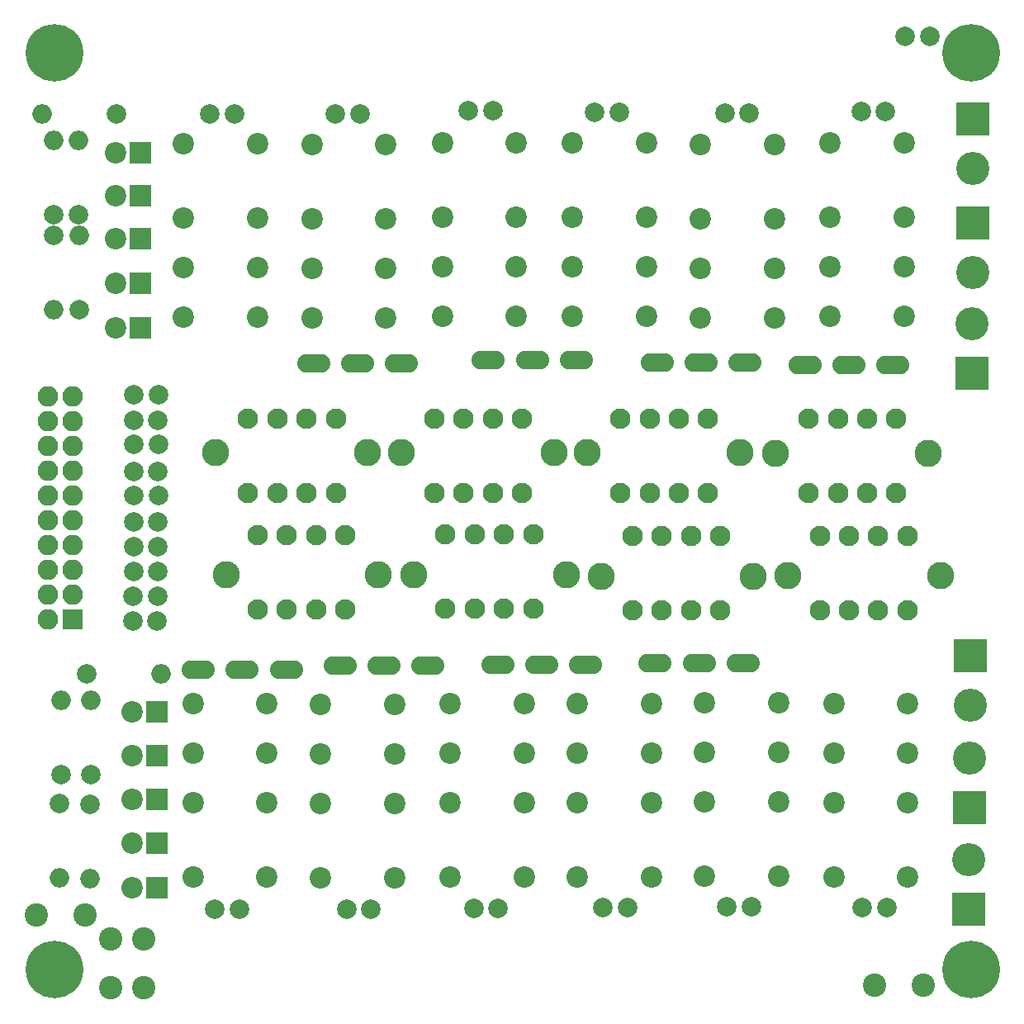
<source format=gbr>
G04 #@! TF.FileFunction,Soldermask,Bot*
%FSLAX46Y46*%
G04 Gerber Fmt 4.6, Leading zero omitted, Abs format (unit mm)*
G04 Created by KiCad (PCBNEW 4.0.7) date 10/23/18 19:03:35*
%MOMM*%
%LPD*%
G01*
G04 APERTURE LIST*
%ADD10C,0.100000*%
%ADD11C,2.000000*%
%ADD12O,2.000000X2.000000*%
%ADD13R,2.200000X2.200000*%
%ADD14C,2.200000*%
%ADD15R,3.400000X3.400000*%
%ADD16C,3.400000*%
%ADD17C,5.900000*%
%ADD18O,3.400000X1.900000*%
%ADD19R,2.100000X2.100000*%
%ADD20O,2.100000X2.100000*%
%ADD21C,2.400000*%
%ADD22C,2.100000*%
%ADD23C,2.800000*%
G04 APERTURE END LIST*
D10*
D11*
X53479700Y-129921000D03*
D12*
X53479700Y-137541000D03*
D11*
X81813400Y-59283600D03*
X84313400Y-59283600D03*
X63535560Y-111257080D03*
X61035560Y-111257080D03*
D13*
X63538100Y-129552700D03*
D14*
X60998100Y-129552700D03*
D11*
X52946300Y-71691500D03*
D12*
X52946300Y-79311500D03*
D13*
X63538100Y-138582400D03*
D14*
X60998100Y-138582400D03*
D13*
X63538100Y-133997700D03*
D14*
X60998100Y-133997700D03*
D15*
X146939000Y-114808000D03*
D16*
X146939000Y-119888000D03*
D15*
X147116800Y-70408800D03*
D16*
X147116800Y-75488800D03*
D11*
X111760000Y-140639800D03*
X109260000Y-140639800D03*
X98501200Y-140741400D03*
X96001200Y-140741400D03*
X85445600Y-140817600D03*
X82945600Y-140817600D03*
X71932800Y-140817600D03*
X69432800Y-140817600D03*
X68961000Y-59232800D03*
X71461000Y-59232800D03*
X95453200Y-58902600D03*
X97953200Y-58902600D03*
X108407200Y-59055000D03*
X110907200Y-59055000D03*
X121716800Y-59182000D03*
X124216800Y-59182000D03*
X138328400Y-140639800D03*
X135828400Y-140639800D03*
X59334400Y-59283600D03*
D12*
X51714400Y-59283600D03*
D15*
X147116800Y-59740800D03*
D16*
X147116800Y-64820800D03*
D17*
X147000000Y-53000000D03*
X53000000Y-147000000D03*
D11*
X52920900Y-69596000D03*
D12*
X52920900Y-61976000D03*
D13*
X63538100Y-125031500D03*
D14*
X60998100Y-125031500D03*
D13*
X63512700Y-120535700D03*
D14*
X60972700Y-120535700D03*
D13*
X61800000Y-81200000D03*
D14*
X59260000Y-81200000D03*
D13*
X61800000Y-76600000D03*
D14*
X59260000Y-76600000D03*
D13*
X61800000Y-72000000D03*
D14*
X59260000Y-72000000D03*
D11*
X56667400Y-130048000D03*
D12*
X56667400Y-137668000D03*
D11*
X53644800Y-127025400D03*
D12*
X53644800Y-119405400D03*
D11*
X56730900Y-126949200D03*
D12*
X56730900Y-119329200D03*
D11*
X56273700Y-116624100D03*
D12*
X63893700Y-116624100D03*
D11*
X55525000Y-79325000D03*
D12*
X55525000Y-71705000D03*
D11*
X55475000Y-69625000D03*
D12*
X55475000Y-62005000D03*
D18*
X119329200Y-84734400D03*
X123829200Y-84734400D03*
X114829200Y-84734400D03*
X102000000Y-84500000D03*
X106500000Y-84500000D03*
X97500000Y-84500000D03*
X84100000Y-84800000D03*
X88600000Y-84800000D03*
X79600000Y-84800000D03*
X86817200Y-115824000D03*
X82317200Y-115824000D03*
X91317200Y-115824000D03*
X102950000Y-115750000D03*
X98450000Y-115750000D03*
X107450000Y-115750000D03*
X119100000Y-115600000D03*
X114600000Y-115600000D03*
X123600000Y-115600000D03*
D13*
X61800000Y-67600000D03*
D14*
X59260000Y-67600000D03*
D13*
X61800000Y-63200000D03*
D14*
X59260000Y-63200000D03*
D18*
X72263000Y-116205000D03*
X67763000Y-116205000D03*
X76763000Y-116205000D03*
D15*
X146710400Y-140817600D03*
D16*
X146710400Y-135737600D03*
D15*
X146812000Y-130352800D03*
D16*
X146812000Y-125272800D03*
D15*
X147066000Y-85852000D03*
D16*
X147066000Y-80772000D03*
D18*
X134447280Y-84993480D03*
X129947280Y-84993480D03*
X138947280Y-84993480D03*
D19*
X54864000Y-111061500D03*
D20*
X52324000Y-111061500D03*
X54864000Y-108521500D03*
X52324000Y-108521500D03*
X54864000Y-105981500D03*
X52324000Y-105981500D03*
X54864000Y-103441500D03*
X52324000Y-103441500D03*
X54864000Y-100901500D03*
X52324000Y-100901500D03*
X54864000Y-98361500D03*
X52324000Y-98361500D03*
X54864000Y-95821500D03*
X52324000Y-95821500D03*
X54864000Y-93281500D03*
X52324000Y-93281500D03*
X54864000Y-90741500D03*
X52324000Y-90741500D03*
X54864000Y-88201500D03*
X52324000Y-88201500D03*
D11*
X124460000Y-140563600D03*
X121960000Y-140563600D03*
X135686800Y-59004200D03*
X138186800Y-59004200D03*
X63652400Y-88011000D03*
X61152400Y-88011000D03*
X63601600Y-90627200D03*
X61101600Y-90627200D03*
X63652400Y-93141800D03*
X61152400Y-93141800D03*
X63601600Y-95935800D03*
X61101600Y-95935800D03*
X63652400Y-98399600D03*
X61152400Y-98399600D03*
X63601600Y-101041200D03*
X61101600Y-101041200D03*
X63627000Y-103632000D03*
X61127000Y-103632000D03*
X63627000Y-106146600D03*
X61127000Y-106146600D03*
X63591440Y-108686600D03*
X61091440Y-108686600D03*
D17*
X53000000Y-53000000D03*
D21*
X58790840Y-148859240D03*
X58790840Y-143859240D03*
X62191900Y-148805900D03*
X62191900Y-143805900D03*
X56121300Y-141401800D03*
X51121300Y-141401800D03*
X142049500Y-148590000D03*
X137049500Y-148590000D03*
D17*
X147000000Y-147000000D03*
D11*
X142748000Y-51308000D03*
X140248000Y-51308000D03*
D22*
X93094800Y-109968800D03*
X96094800Y-109968800D03*
X99094800Y-109968800D03*
X102094800Y-109968800D03*
X93094800Y-102365800D03*
X96094800Y-102365800D03*
X99094800Y-102365800D03*
X102094800Y-102365800D03*
D23*
X89840800Y-106476800D03*
X105460800Y-106476800D03*
D22*
X112271800Y-110146600D03*
X115271800Y-110146600D03*
X118271800Y-110146600D03*
X121271800Y-110146600D03*
X112271800Y-102543600D03*
X115271800Y-102543600D03*
X118271800Y-102543600D03*
X121271800Y-102543600D03*
D23*
X109017800Y-106654600D03*
X124637800Y-106654600D03*
D22*
X131461500Y-110108500D03*
X134461500Y-110108500D03*
X137461500Y-110108500D03*
X140461500Y-110108500D03*
X131461500Y-102505500D03*
X134461500Y-102505500D03*
X137461500Y-102505500D03*
X140461500Y-102505500D03*
D23*
X128207500Y-106616500D03*
X143827500Y-106616500D03*
D22*
X73841600Y-110019600D03*
X76841600Y-110019600D03*
X79841600Y-110019600D03*
X82841600Y-110019600D03*
X73841600Y-102416600D03*
X76841600Y-102416600D03*
X79841600Y-102416600D03*
X82841600Y-102416600D03*
D23*
X70587600Y-106527600D03*
X86207600Y-106527600D03*
D22*
X81860400Y-90488000D03*
X78860400Y-90488000D03*
X75860400Y-90488000D03*
X72860400Y-90488000D03*
X81860400Y-98091000D03*
X78860400Y-98091000D03*
X75860400Y-98091000D03*
X72860400Y-98091000D03*
D23*
X85114400Y-93980000D03*
X69494400Y-93980000D03*
D22*
X100946000Y-90508000D03*
X97946000Y-90508000D03*
X94946000Y-90508000D03*
X91946000Y-90508000D03*
X100946000Y-98111000D03*
X97946000Y-98111000D03*
X94946000Y-98111000D03*
X91946000Y-98111000D03*
D23*
X104200000Y-94000000D03*
X88580000Y-94000000D03*
D22*
X120011200Y-90488000D03*
X117011200Y-90488000D03*
X114011200Y-90488000D03*
X111011200Y-90488000D03*
X120011200Y-98091000D03*
X117011200Y-98091000D03*
X114011200Y-98091000D03*
X111011200Y-98091000D03*
D23*
X123265200Y-93980000D03*
X107645200Y-93980000D03*
D22*
X139315200Y-90538800D03*
X136315200Y-90538800D03*
X133315200Y-90538800D03*
X130315200Y-90538800D03*
X139315200Y-98141800D03*
X136315200Y-98141800D03*
X133315200Y-98141800D03*
X130315200Y-98141800D03*
D23*
X142569200Y-94030800D03*
X126949200Y-94030800D03*
D14*
X106613800Y-129875300D03*
X106613800Y-119715300D03*
X106613800Y-124795300D03*
X114213800Y-124795300D03*
X114213800Y-129875300D03*
X114213800Y-119715300D03*
X106613800Y-137495300D03*
X114213800Y-137495300D03*
X93545500Y-129875300D03*
X93545500Y-119715300D03*
X93545500Y-124795300D03*
X101145500Y-124795300D03*
X101145500Y-129875300D03*
X101145500Y-119715300D03*
X93545500Y-137495300D03*
X101145500Y-137495300D03*
X80300000Y-129960000D03*
X80300000Y-119800000D03*
X80300000Y-124880000D03*
X87900000Y-124880000D03*
X87900000Y-129960000D03*
X87900000Y-119800000D03*
X80300000Y-137580000D03*
X87900000Y-137580000D03*
X67200000Y-129860000D03*
X67200000Y-119700000D03*
X67200000Y-124780000D03*
X74800000Y-124780000D03*
X74800000Y-129860000D03*
X74800000Y-119700000D03*
X67200000Y-137480000D03*
X74800000Y-137480000D03*
X73800000Y-69940000D03*
X73800000Y-80100000D03*
X73800000Y-75020000D03*
X66200000Y-75020000D03*
X66200000Y-69940000D03*
X66200000Y-80100000D03*
X73800000Y-62320000D03*
X66200000Y-62320000D03*
X87000000Y-70040000D03*
X87000000Y-80200000D03*
X87000000Y-75120000D03*
X79400000Y-75120000D03*
X79400000Y-70040000D03*
X79400000Y-80200000D03*
X87000000Y-62420000D03*
X79400000Y-62420000D03*
X100370800Y-69857600D03*
X100370800Y-80017600D03*
X100370800Y-74937600D03*
X92770800Y-74937600D03*
X92770800Y-69857600D03*
X92770800Y-80017600D03*
X100370800Y-62237600D03*
X92770800Y-62237600D03*
X113700000Y-69840000D03*
X113700000Y-80000000D03*
X113700000Y-74920000D03*
X106100000Y-74920000D03*
X106100000Y-69840000D03*
X106100000Y-80000000D03*
X113700000Y-62220000D03*
X106100000Y-62220000D03*
X126800000Y-70040000D03*
X126800000Y-80200000D03*
X126800000Y-75120000D03*
X119200000Y-75120000D03*
X119200000Y-70040000D03*
X119200000Y-80200000D03*
X126800000Y-62420000D03*
X119200000Y-62420000D03*
X140100000Y-69840000D03*
X140100000Y-80000000D03*
X140100000Y-74920000D03*
X132500000Y-74920000D03*
X132500000Y-69840000D03*
X132500000Y-80000000D03*
X140100000Y-62220000D03*
X132500000Y-62220000D03*
X119644000Y-129824500D03*
X119644000Y-119664500D03*
X119644000Y-124744500D03*
X127244000Y-124744500D03*
X127244000Y-129824500D03*
X127244000Y-119664500D03*
X119644000Y-137444500D03*
X127244000Y-137444500D03*
X132900000Y-129860000D03*
X132900000Y-119700000D03*
X132900000Y-124780000D03*
X140500000Y-124780000D03*
X140500000Y-129860000D03*
X140500000Y-119700000D03*
X132900000Y-137480000D03*
X140500000Y-137480000D03*
M02*

</source>
